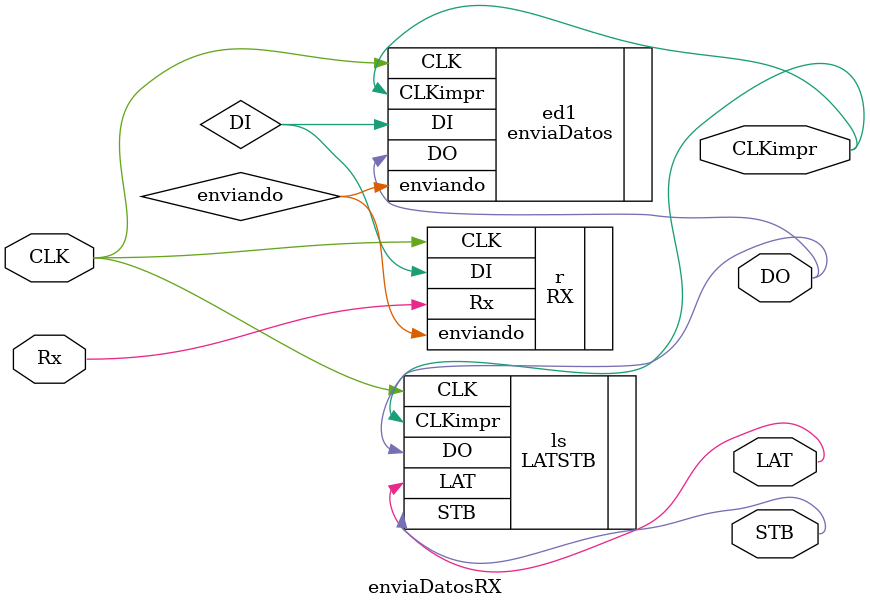
<source format=v>
module enviaDatosRX (
    input Rx,
    input CLK,
    output DO,
    output CLKimpr,
    output LAT,
    output STB
);

wire DI;
wire enviando;

RX r(
    .CLK(CLK),
    .Rx(Rx),
    .DI(DI),
    .enviando(enviando)
);

enviaDatos ed1(
    .DI(DI),
    .enviando(enviando),
    .CLK(CLK),
    .DO(DO),
    .CLKimpr(CLKimpr)
);

LATSTB ls(
    .DO(DO),
    .CLKimpr(CLKimpr),
    .CLK(CLK),
    .LAT(LAT),
    .STB(STB)
);

endmodule
</source>
